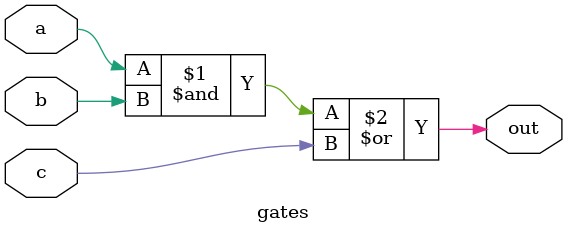
<source format=v>
module gates(input a, input b, input c, output wire out);
    assign out = a & b | c;
endmodule

</source>
